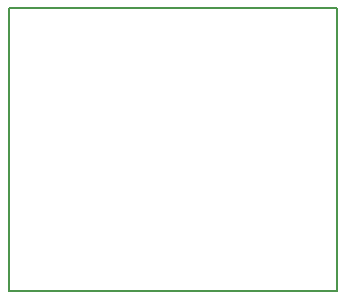
<source format=gko>
G04 #@! TF.FileFunction,Profile,NP*
%FSLAX46Y46*%
G04 Gerber Fmt 4.6, Leading zero omitted, Abs format (unit mm)*
G04 Created by KiCad (PCBNEW 4.0.2-stable) date Sun Mar 13 21:40:34 2016*
%MOMM*%
G01*
G04 APERTURE LIST*
%ADD10C,0.100000*%
%ADD11C,0.150000*%
G04 APERTURE END LIST*
D10*
D11*
X159500000Y-117000000D02*
X131750000Y-117000000D01*
X159500000Y-93000000D02*
X159500000Y-117000000D01*
X131750000Y-93000000D02*
X159500000Y-93000000D01*
X131750000Y-117000000D02*
X131750000Y-93000000D01*
M02*

</source>
